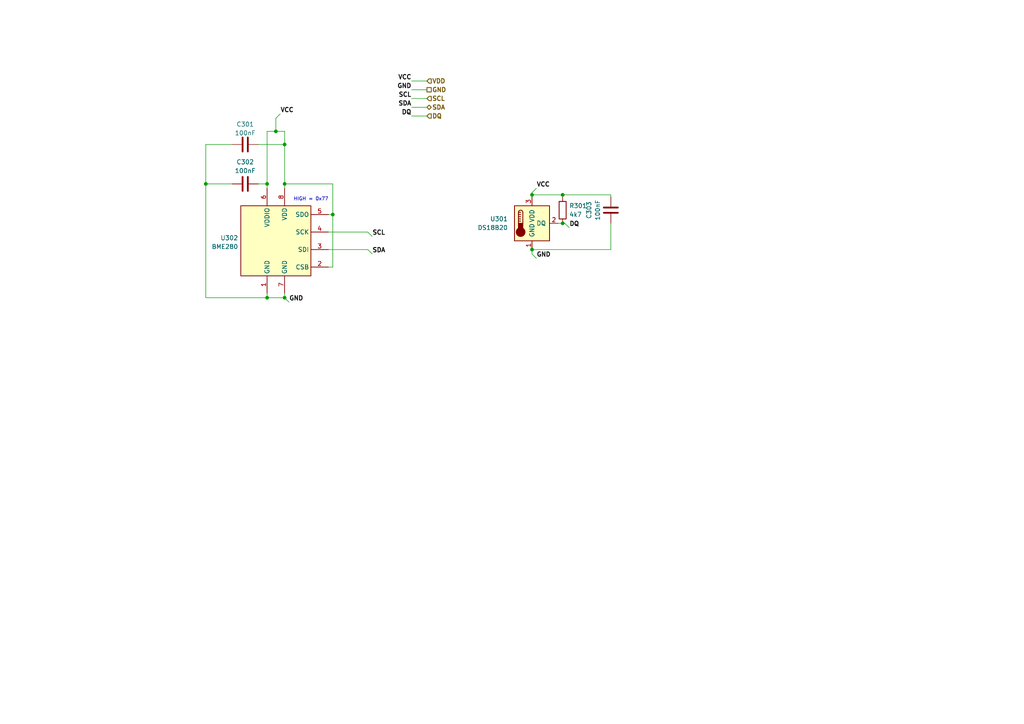
<source format=kicad_sch>
(kicad_sch (version 20211123) (generator eeschema)
  (paper "A4")
  (title_block (title "Control Unit - CanSat 2023") (date "2023-01-18") (rev "2022") (company "Project SkyFall") (comment 1 "David Haisman"))
  (lib_symbols
    (symbol "Device:C" (pin_numbers hide) (pin_names (offset 0.254))
      (property "Reference" "C" (at 0.635 2.54 0))
      (property "Value" "C" (at 0.635 -2.54 0))
      (symbol "C_0_1"
        (polyline (pts (xy -2.032 -0.762) (xy 2.032 -0.762)) (stroke (width 0.508)))
        (polyline (pts (xy -2.032 0.762) (xy 2.032 0.762)) (stroke (width 0.508)))
      )
      (symbol "C_1_1"
        (pin passive line (at 0 3.81 270) (length 2.794) (name "~") (number "1"))
        (pin passive line (at 0 -3.81 90) (length 2.794) (name "~") (number "2"))
      )
    )
    (symbol "Device:R" (pin_numbers hide) (pin_names (offset 0))
      (property "Reference" "R" (at 2.032 0 90))
      (property "Value" "R" (at 0 0 90))
      (symbol "R_0_1"
        (rectangle (start -1.016 -2.54) (end 1.016 2.54) (stroke (width 0.254)))
      )
      (symbol "R_1_1"
        (pin passive line (at 0 3.81 270) (length 1.27) (name "~") (number "1"))
        (pin passive line (at 0 -3.81 90) (length 1.27) (name "~") (number "2"))
      )
    )
    (symbol "Sensor:BME280"
      (property "Reference" "U" (at -8.89 11.43 0))
      (property "Value" "BME280" (at 7.62 11.43 0))
      (symbol "BME280_0_1"
        (rectangle (start -10.16 10.16) (end 10.16 -10.16) (stroke (width 0.254)) (fill (type background)))
      )
      (symbol "BME280_1_1"
        (pin power_in line (at -2.54 -15.24 90) (length 5.08) (name "GND") (number "1"))
        (pin input line (at 15.24 -7.62 180) (length 5.08) (name "CSB") (number "2"))
        (pin bidirectional line (at 15.24 -2.54 180) (length 5.08) (name "SDI") (number "3"))
        (pin input line (at 15.24 2.54 180) (length 5.08) (name "SCK") (number "4"))
        (pin bidirectional line (at 15.24 7.62 180) (length 5.08) (name "SDO") (number "5"))
        (pin power_in line (at -2.54 15.24 270) (length 5.08) (name "VDDIO") (number "6"))
        (pin power_in line (at 2.54 -15.24 90) (length 5.08) (name "GND") (number "7"))
        (pin power_in line (at 2.54 15.24 270) (length 5.08) (name "VDD") (number "8"))
      )
    )
    (symbol "Sensor_Temperature:DS18B20" (pin_names (offset 1.016))
      (property "Reference" "U" (at -3.81 6.35 0))
      (property "Value" "DS18B20" (at 6.35 6.35 0))
      (symbol "DS18B20_0_1"
        (rectangle (start -5.08 5.08) (end 5.08 -5.08) (stroke (width 0.254)) (fill (type background)))
        (circle (center -3.302 -2.54) (radius 1.27) (stroke (width 0.254)) (fill (type outline)))
        (rectangle (start -2.667 -1.905) (end -3.937 0) (stroke (width 0.254)) (fill (type outline)))
        (arc (start -2.667 3.175) (mid -3.302 3.81) (end -3.937 3.175) (stroke (width 0.254)))
        (polyline (pts (xy -3.937 0.635) (xy -3.302 0.635)) (stroke (width 0.254)))
        (polyline (pts (xy -3.937 1.27) (xy -3.302 1.27)) (stroke (width 0.254)))
        (polyline (pts (xy -3.937 1.905) (xy -3.302 1.905)) (stroke (width 0.254)))
        (polyline (pts (xy -3.937 2.54) (xy -3.302 2.54)) (stroke (width 0.254)))
        (polyline (pts (xy -3.937 3.175) (xy -3.937 0)) (stroke (width 0.254)))
        (polyline (pts (xy -3.937 3.175) (xy -3.302 3.175)) (stroke (width 0.254)))
        (polyline (pts (xy -2.667 3.175) (xy -2.667 0)) (stroke (width 0.254)))
      )
      (symbol "DS18B20_1_1"
        (pin power_in line (at 0 -7.62 90) (length 2.54) (name "GND") (number "1"))
        (pin bidirectional line (at 7.62 0 180) (length 2.54) (name "DQ") (number "2"))
        (pin power_in line (at 0 7.62 270) (length 2.54) (name "VDD") (number "3"))
      )
    )
  )
  (junction (at 80.01 38.1))
  (junction (at 59.69 53.34))
  (junction (at 82.55 86.36))
  (junction (at 82.55 53.34))
  (junction (at 82.55 41.91))
  (junction (at 163.195 64.77))
  (junction (at 77.47 53.34))
  (junction (at 154.305 72.39))
  (junction (at 77.47 86.36))
  (junction (at 96.52 62.23))
  (junction (at 154.305 56.515))
  (junction (at 163.195 56.515))
  (wire (pts (xy 59.69 41.91) (xy 59.69 53.34)))
  (wire (pts (xy 74.93 41.91) (xy 82.55 41.91)))
  (wire (pts (xy 77.47 86.36) (xy 82.55 86.36)))
  (wire (pts (xy 82.55 86.36) (xy 83.82 87.63)))
  (wire (pts (xy 96.52 62.23) (xy 96.52 77.47)))
  (wire (pts (xy 77.47 85.09) (xy 77.47 86.36)))
  (wire (pts (xy 80.01 38.1) (xy 80.01 34.29)))
  (wire (pts (xy 77.47 53.34) (xy 77.47 54.61)))
  (wire (pts (xy 119.38 31.115) (xy 123.825 31.115)))
  (wire (pts (xy 67.31 41.91) (xy 59.69 41.91)))
  (wire (pts (xy 96.52 53.34) (xy 96.52 62.23)))
  (wire (pts (xy 119.38 28.575) (xy 123.825 28.575)))
  (wire (pts (xy 95.25 72.39) (xy 106.68 72.39)))
  (wire (pts (xy 82.55 38.1) (xy 82.55 41.91)))
  (wire (pts (xy 119.38 33.655) (xy 123.825 33.655)))
  (wire (pts (xy 163.195 56.515) (xy 177.165 56.515)))
  (wire (pts (xy 96.52 77.47) (xy 95.25 77.47)))
  (wire (pts (xy 77.47 38.1) (xy 80.01 38.1)))
  (wire (pts (xy 154.305 72.39) (xy 154.305 73.66)))
  (wire (pts (xy 177.165 72.39) (xy 154.305 72.39)))
  (wire (pts (xy 154.305 57.15) (xy 154.305 56.515)))
  (wire (pts (xy 154.305 55.88) (xy 155.575 54.61)))
  (wire (pts (xy 163.83 64.77) (xy 165.1 66.04)))
  (wire (pts (xy 67.31 53.34) (xy 59.69 53.34)))
  (wire (pts (xy 106.68 72.39) (xy 107.95 73.66)))
  (wire (pts (xy 119.38 26.035) (xy 123.825 26.035)))
  (wire (pts (xy 106.68 67.31) (xy 107.95 68.58)))
  (wire (pts (xy 59.69 53.34) (xy 59.69 86.36)))
  (wire (pts (xy 82.55 54.61) (xy 82.55 53.34)))
  (wire (pts (xy 95.25 67.31) (xy 106.68 67.31)))
  (wire (pts (xy 163.195 56.515) (xy 154.305 56.515)))
  (wire (pts (xy 163.195 57.15) (xy 163.195 56.515)))
  (wire (pts (xy 82.55 86.36) (xy 82.55 85.09)))
  (wire (pts (xy 177.165 64.77) (xy 177.165 72.39)))
  (wire (pts (xy 82.55 41.91) (xy 82.55 53.34)))
  (wire (pts (xy 82.55 53.34) (xy 96.52 53.34)))
  (wire (pts (xy 161.925 64.77) (xy 163.195 64.77)))
  (wire (pts (xy 59.69 86.36) (xy 77.47 86.36)))
  (wire (pts (xy 77.47 38.1) (xy 77.47 53.34)))
  (wire (pts (xy 80.01 34.29) (xy 81.28 33.02)))
  (wire (pts (xy 95.25 62.23) (xy 96.52 62.23)))
  (wire (pts (xy 119.38 23.495) (xy 123.825 23.495)))
  (wire (pts (xy 154.305 56.515) (xy 154.305 55.88)))
  (wire (pts (xy 80.01 38.1) (xy 82.55 38.1)))
  (wire (pts (xy 74.93 53.34) (xy 77.47 53.34)))
  (wire (pts (xy 154.305 73.66) (xy 155.575 74.93)))
  (wire (pts (xy 163.195 64.77) (xy 163.83 64.77)))
  (wire (pts (xy 177.165 56.515) (xy 177.165 57.15)))
  (text "HIGH = 0x77" (at 85.09 58.42 0) (effects (font (size 1 1)) (justify left bottom)))
  (label "GND" (at 155.575 74.93 0) (effects (font bold)))
  (label "SDA" (at 119.38 31.115 180) (effects (font bold)))
  (label "SDA" (at 107.95 73.66 0) (effects (font bold)))
  (label "VCC" (at 119.38 23.495 180) (effects (font (thickness 0.254) bold)))
  (label "DQ" (at 165.1 66.04 0) (effects (font bold)))
  (label "VCC" (at 81.28 33.02 0) (effects (font (thickness 0.254) bold)))
  (label "SCL" (at 107.95 68.58 0) (effects (font bold)))
  (label "VCC" (at 155.575 54.61 0) (effects (font (thickness 0.254) bold)))
  (label "GND" (at 83.82 87.63 0) (effects (font bold)))
  (label "DQ" (at 119.38 33.655 180) (effects (font bold)))
  (label "SCL" (at 119.38 28.575 180) (effects (font bold)))
  (label "GND" (at 119.38 26.035 180) (effects (font bold)))
  (hierarchical_label "SCL" (shape input) (at 123.825 28.575 0) (effects (font (thickness 0.254) bold)))
  (hierarchical_label "SDA" (shape bidirectional) (at 123.825 31.115 0) (effects (font (thickness 0.254) bold)))
  (hierarchical_label "GND" (shape passive) (at 123.825 26.035 0) (effects (font (thickness 0.254) bold)))
  (hierarchical_label "VDD" (shape input) (at 123.825 23.495 0) (effects (font (thickness 0.254) bold)))
  (hierarchical_label "DQ" (shape input) (at 123.825 33.655 0) (effects (font bold)))
  (symbol (lib_id "Sensor_Temperature:DS18B20") (at 154.305 64.77 0) (unit 1)
    (property "Reference" "U301" (at 147.32 63.4999 0) (effects (justify right)))
    (property "Value" "DS18B20" (at 147.32 66.0399 0) (effects (justify right)))
    (property "Footprint" "Package_TO_SOT_THT:TO-92_Inline" (effects hide))
    (property "Datasheet" "http://datasheets.maximintegrated.com/en/ds/DS18B20.pdf" (effects hide))
  )
  (symbol (lib_id "Device:C") (at 71.12 53.34 270) (unit 1)
    (property "Reference" "C302" (at 71.12 46.99 90))
    (property "Value" "100nF" (at 71.12 49.53 90))
    (property "Footprint" "Capacitor_SMD:C_0805_2012Metric" (effects hide))
  )
  (symbol (lib_id "Sensor:BME280") (at 80.01 69.85 0) (unit 1)
    (property "Reference" "U302" (at 69.088 69.0153 0) (effects (justify right)))
    (property "Value" "BME280" (at 69.088 71.5522 0) (effects (justify right)))
    (property "Footprint" "Package_LGA:Bosch_LGA-8_2.5x2.5mm_P0.65mm_ClockwisePinNumbering" (effects hide))
    (property "Datasheet" "https://ae-bst.resource.bosch.com/media/_tech/media/datasheets/BST-BME280-DS002.pdf" (effects hide))
  )
  (symbol (lib_id "Device:C") (at 71.12 41.91 270) (unit 1)
    (property "Reference" "C301" (at 71.12 36.0512 90))
    (property "Value" "100nF" (at 71.12 38.5881 90))
    (property "Footprint" "Capacitor_SMD:C_0805_2012Metric" (effects hide))
  )
  (symbol (lib_id "Device:C") (at 177.165 60.96 0) (unit 1)
    (property "Reference" "C303" (at 170.815 60.96 90))
    (property "Value" "100nF" (at 173.355 60.96 90))
    (property "Footprint" "Capacitor_SMD:C_0805_2012Metric" (effects hide))
  )
  (symbol (lib_id "Device:R") (at 163.195 60.96 0) (unit 1)
    (property "Reference" "R301" (at 165.1 59.6899 0) (effects (justify left)))
    (property "Value" "4k7" (at 165.1 62.2299 0) (effects (justify left)))
    (property "Footprint" "Resistor_SMD:R_0805_2012Metric" (effects hide))
  )
)
</source>
